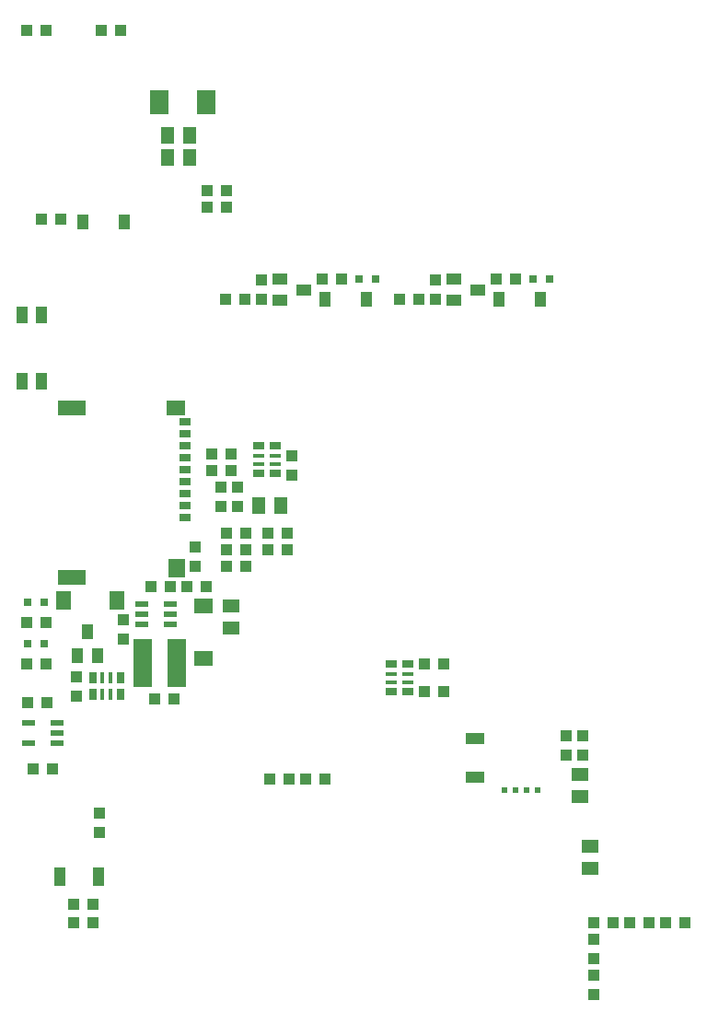
<source format=gbr>
G75*
G70*
%OFA0B0*%
%FSLAX24Y24*%
%IPPOS*%
%LPD*%
%AMOC8*
5,1,8,0,0,1.08239X$1,22.5*
%
%ADD10R,0.0600X0.0500*%
%ADD11R,0.0240X0.0230*%
%ADD12R,0.0400X0.0400*%
%ADD13R,0.0400X0.0150*%
%ADD14R,0.0400X0.0250*%
%ADD15R,0.0150X0.0400*%
%ADD16R,0.0250X0.0400*%
%ADD17R,0.0394X0.0551*%
%ADD18R,0.0700X0.0900*%
%ADD19R,0.0551X0.0394*%
%ADD20R,0.0315X0.0315*%
%ADD21R,0.0984X0.0531*%
%ADD22R,0.0610X0.0689*%
%ADD23R,0.0669X0.0531*%
%ADD24R,0.0437X0.0276*%
%ADD25R,0.0500X0.0600*%
%ADD26R,0.0571X0.0709*%
%ADD27R,0.0689X0.1772*%
%ADD28R,0.0709X0.0571*%
%ADD29R,0.0472X0.0217*%
%ADD30R,0.0700X0.0400*%
%ADD31R,0.0400X0.0700*%
%ADD32R,0.0400X0.0600*%
D10*
X012102Y016707D03*
X012102Y017507D03*
X024752Y011407D03*
X024752Y010607D03*
X025102Y008807D03*
X025102Y008007D03*
D11*
X023202Y010857D03*
X022802Y010857D03*
X022402Y010857D03*
X022002Y010857D03*
D12*
X024252Y012107D03*
X024852Y012107D03*
X024852Y012807D03*
X024252Y012807D03*
X019802Y014407D03*
X019102Y014407D03*
X019102Y015407D03*
X019802Y015407D03*
X015502Y011257D03*
X014802Y011257D03*
X014202Y011257D03*
X013502Y011257D03*
X010052Y014157D03*
X009352Y014157D03*
X008202Y016307D03*
X008202Y017007D03*
X009202Y018207D03*
X009902Y018207D03*
X010502Y018207D03*
X011202Y018207D03*
X010802Y018957D03*
X010802Y019657D03*
X011952Y019557D03*
X011952Y020157D03*
X011752Y021107D03*
X012352Y021107D03*
X012352Y021807D03*
X012102Y022407D03*
X012102Y023007D03*
X011402Y023007D03*
X011402Y022407D03*
X011752Y021807D03*
X012652Y020157D03*
X012652Y019557D03*
X012652Y018957D03*
X013452Y019557D03*
X013452Y020157D03*
X014152Y020157D03*
X014152Y019557D03*
X014302Y022257D03*
X014302Y022957D03*
X011952Y018957D03*
X006502Y014957D03*
X006502Y014257D03*
X005452Y014007D03*
X004752Y014007D03*
X004702Y015407D03*
X005402Y015407D03*
X005402Y016907D03*
X004702Y016907D03*
X004952Y011607D03*
X005652Y011607D03*
X007352Y010007D03*
X007352Y009307D03*
X007102Y006707D03*
X007102Y006057D03*
X006402Y006057D03*
X006402Y006707D03*
X011902Y028607D03*
X012602Y028607D03*
X013202Y028607D03*
X013202Y029307D03*
X011952Y031957D03*
X011952Y032557D03*
X011252Y032557D03*
X011252Y031957D03*
X015402Y029357D03*
X016102Y029357D03*
X018202Y028607D03*
X018902Y028607D03*
X019502Y028607D03*
X019502Y029307D03*
X021702Y029357D03*
X022402Y029357D03*
X008102Y038357D03*
X007402Y038357D03*
X005402Y038357D03*
X004702Y038357D03*
X005252Y031507D03*
X005952Y031507D03*
X025252Y006057D03*
X025252Y005457D03*
X025252Y004757D03*
X025252Y004157D03*
X025252Y003457D03*
X025952Y006057D03*
X026552Y006057D03*
X027252Y006057D03*
X027852Y006057D03*
X028552Y006057D03*
D13*
X018502Y014757D03*
X018502Y015057D03*
X017902Y015057D03*
X017902Y014757D03*
X013702Y022657D03*
X013702Y022957D03*
X013102Y022957D03*
X013102Y022657D03*
D14*
X013102Y022307D03*
X013702Y022307D03*
X013702Y023307D03*
X013102Y023307D03*
X017902Y015407D03*
X018502Y015407D03*
X018502Y014407D03*
X017902Y014407D03*
D15*
X007752Y014307D03*
X007452Y014307D03*
X007452Y014907D03*
X007752Y014907D03*
D16*
X008102Y014907D03*
X008102Y014307D03*
X007102Y014307D03*
X007102Y014907D03*
D17*
X007276Y015724D03*
X006902Y016590D03*
X006528Y015724D03*
X015504Y028607D03*
X017000Y028607D03*
X021804Y028607D03*
X023300Y028607D03*
X008250Y031407D03*
X006754Y031407D03*
D18*
X009495Y035757D03*
X011210Y035757D03*
D19*
X013869Y029331D03*
X013869Y028583D03*
X014736Y028957D03*
X020169Y028583D03*
X020169Y029331D03*
X021036Y028957D03*
D20*
X023052Y029357D03*
X023652Y029357D03*
X017352Y029357D03*
X016752Y029357D03*
X005352Y017657D03*
X004752Y017657D03*
X004752Y016157D03*
X005352Y016157D03*
D21*
X006330Y018526D03*
X006330Y024688D03*
D22*
X010139Y018880D03*
D23*
X010110Y024688D03*
D24*
X010452Y024186D03*
X010452Y023753D03*
X010452Y023319D03*
X010452Y022886D03*
X010452Y022453D03*
X010452Y022020D03*
X010452Y021587D03*
X010452Y021154D03*
X010452Y020721D03*
D25*
X013102Y021157D03*
X013902Y021157D03*
X010602Y033757D03*
X010602Y034557D03*
X009802Y034557D03*
X009802Y033757D03*
D26*
X007965Y017707D03*
X006040Y017707D03*
D27*
X008898Y015457D03*
X010157Y015457D03*
D28*
X011102Y015594D03*
X011102Y017519D03*
D29*
X009914Y017581D03*
X009914Y017207D03*
X009914Y016833D03*
X008891Y016833D03*
X008891Y017207D03*
X008891Y017581D03*
X005814Y013281D03*
X005814Y012907D03*
X005814Y012533D03*
X004791Y012533D03*
X004791Y013281D03*
D30*
X020952Y012707D03*
X020952Y011307D03*
D31*
X005902Y007707D03*
X007302Y007707D03*
D32*
X005252Y025657D03*
X004552Y025657D03*
X004552Y028057D03*
X005252Y028057D03*
M02*

</source>
